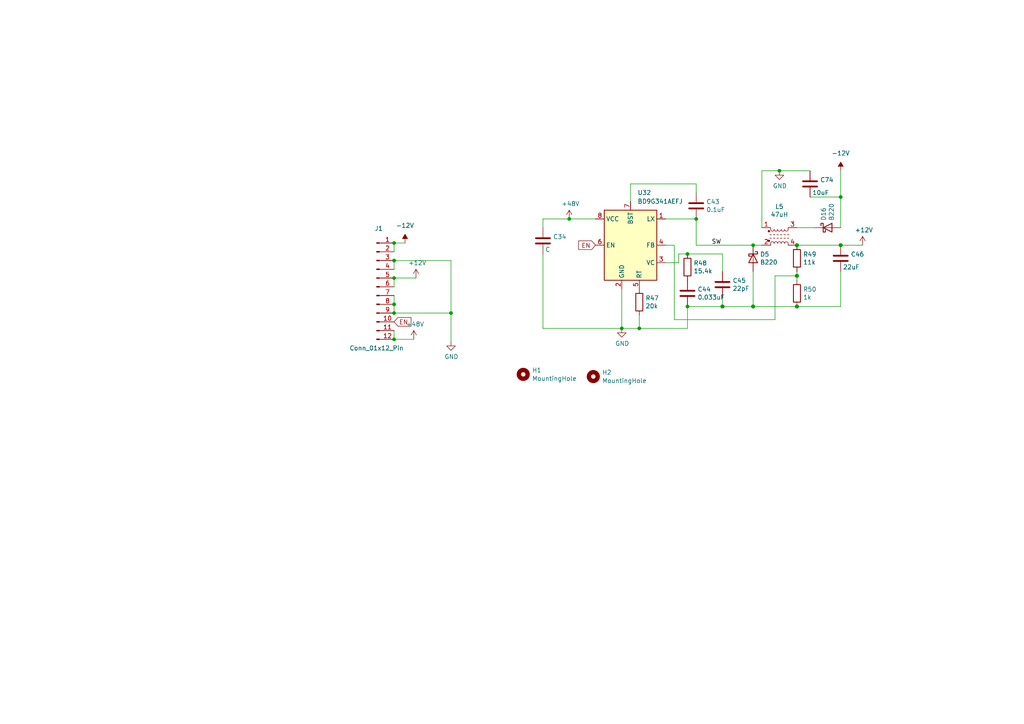
<source format=kicad_sch>
(kicad_sch (version 20230121) (generator eeschema)
  (paper "A4")
  (lib_symbols
    (symbol "-12V_1" (power) (pin_names (offset 0))
      (property "Value" "-12V_1" (at 0 3.81 0))
      (symbol "-12V_1_0_0"
        (pin power_in line (at 0 0 90) (length 0) hide (name "-12V") (number "1"))
      )
      (symbol "-12V_1_0_1"
        (polyline (pts (xy 0 0) (xy 0 1.27) (xy 0.762 1.27) (xy 0 2.54) (xy -0.762 1.27) (xy 0 1.27)) (fill (type outline)))
      )
    )
    (symbol "Connector:Conn_01x12_Pin" (pin_names (offset 1.016) hide)
      (property "Reference" "J" (at 0 15.24 0))
      (property "Value" "Conn_01x12_Pin" (at 0 -17.78 0))
      (symbol "Conn_01x12_Pin_1_1"
        (polyline (pts (xy 1.27 -15.24) (xy 0.8636 -15.24)) (stroke (width 0.1524)))
        (polyline (pts (xy 1.27 -12.7) (xy 0.8636 -12.7)) (stroke (width 0.1524)))
        (polyline (pts (xy 1.27 -10.16) (xy 0.8636 -10.16)) (stroke (width 0.1524)))
        (polyline (pts (xy 1.27 -7.62) (xy 0.8636 -7.62)) (stroke (width 0.1524)))
        (polyline (pts (xy 1.27 -5.08) (xy 0.8636 -5.08)) (stroke (width 0.1524)))
        (polyline (pts (xy 1.27 -2.54) (xy 0.8636 -2.54)) (stroke (width 0.1524)))
        (polyline (pts (xy 1.27 0) (xy 0.8636 0)) (stroke (width 0.1524)))
        (polyline (pts (xy 1.27 2.54) (xy 0.8636 2.54)) (stroke (width 0.1524)))
        (polyline (pts (xy 1.27 5.08) (xy 0.8636 5.08)) (stroke (width 0.1524)))
        (polyline (pts (xy 1.27 7.62) (xy 0.8636 7.62)) (stroke (width 0.1524)))
        (polyline (pts (xy 1.27 10.16) (xy 0.8636 10.16)) (stroke (width 0.1524)))
        (polyline (pts (xy 1.27 12.7) (xy 0.8636 12.7)) (stroke (width 0.1524)))
        (rectangle (start 0.8636 -15.113) (end 0 -15.367) (stroke (width 0.1524)) (fill (type outline)))
        (rectangle (start 0.8636 -12.573) (end 0 -12.827) (stroke (width 0.1524)) (fill (type outline)))
        (rectangle (start 0.8636 -10.033) (end 0 -10.287) (stroke (width 0.1524)) (fill (type outline)))
        (rectangle (start 0.8636 -7.493) (end 0 -7.747) (stroke (width 0.1524)) (fill (type outline)))
        (rectangle (start 0.8636 -4.953) (end 0 -5.207) (stroke (width 0.1524)) (fill (type outline)))
        (rectangle (start 0.8636 -2.413) (end 0 -2.667) (stroke (width 0.1524)) (fill (type outline)))
        (rectangle (start 0.8636 0.127) (end 0 -0.127) (stroke (width 0.1524)) (fill (type outline)))
        (rectangle (start 0.8636 2.667) (end 0 2.413) (stroke (width 0.1524)) (fill (type outline)))
        (rectangle (start 0.8636 5.207) (end 0 4.953) (stroke (width 0.1524)) (fill (type outline)))
        (rectangle (start 0.8636 7.747) (end 0 7.493) (stroke (width 0.1524)) (fill (type outline)))
        (rectangle (start 0.8636 10.287) (end 0 10.033) (stroke (width 0.1524)) (fill (type outline)))
        (rectangle (start 0.8636 12.827) (end 0 12.573) (stroke (width 0.1524)) (fill (type outline)))
        (pin passive line (at 5.08 12.7 180) (length 3.81) (name "Pin_1") (number "1"))
        (pin passive line (at 5.08 -10.16 180) (length 3.81) (name "Pin_10") (number "10"))
        (pin passive line (at 5.08 -12.7 180) (length 3.81) (name "Pin_11") (number "11"))
        (pin passive line (at 5.08 -15.24 180) (length 3.81) (name "Pin_12") (number "12"))
        (pin passive line (at 5.08 10.16 180) (length 3.81) (name "Pin_2") (number "2"))
        (pin passive line (at 5.08 7.62 180) (length 3.81) (name "Pin_3") (number "3"))
        (pin passive line (at 5.08 5.08 180) (length 3.81) (name "Pin_4") (number "4"))
        (pin passive line (at 5.08 2.54 180) (length 3.81) (name "Pin_5") (number "5"))
        (pin passive line (at 5.08 0 180) (length 3.81) (name "Pin_6") (number "6"))
        (pin passive line (at 5.08 -2.54 180) (length 3.81) (name "Pin_7") (number "7"))
        (pin passive line (at 5.08 -5.08 180) (length 3.81) (name "Pin_8") (number "8"))
        (pin passive line (at 5.08 -7.62 180) (length 3.81) (name "Pin_9") (number "9"))
      )
    )
    (symbol "Device:C" (pin_numbers hide) (pin_names (offset 0.254))
      (property "Reference" "C" (at 0.635 2.54 0))
      (property "Value" "C" (at 0.635 -2.54 0))
      (symbol "C_0_1"
        (polyline (pts (xy -2.032 -0.762) (xy 2.032 -0.762)) (stroke (width 0.508)))
        (polyline (pts (xy -2.032 0.762) (xy 2.032 0.762)) (stroke (width 0.508)))
      )
      (symbol "C_1_1"
        (pin passive line (at 0 3.81 270) (length 2.794) (name "~") (number "1"))
        (pin passive line (at 0 -3.81 90) (length 2.794) (name "~") (number "2"))
      )
    )
    (symbol "Device:L_Ferrite_Coupled_1324" (pin_names (offset 0.254) hide)
      (property "Reference" "L" (at 0 4.445 0))
      (property "Value" "L_Ferrite_Coupled_1324" (at 0 -4.445 0))
      (symbol "L_Ferrite_Coupled_1324_0_1"
        (circle (center -3.048 -1.27) (radius 0.254) (fill (type outline)))
        (circle (center -3.048 1.524) (radius 0.254) (fill (type outline)))
        (arc (start -2.54 2.032) (mid -2.032 1.5262) (end -1.524 2.032))
        (arc (start -1.524 -2.032) (mid -2.032 -1.5262) (end -2.54 -2.032))
        (arc (start -1.524 2.032) (mid -1.016 1.5262) (end -0.508 2.032))
        (arc (start -0.508 -2.032) (mid -1.016 -1.5262) (end -1.524 -2.032))
        (arc (start -0.508 2.032) (mid 0 1.5262) (end 0.508 2.032))
        (polyline (pts (xy -2.794 -0.508) (xy -2.286 -0.508)))
        (polyline (pts (xy -2.794 0.508) (xy -2.286 0.508)))
        (polyline (pts (xy -2.54 -2.032) (xy -2.54 -2.54)))
        (polyline (pts (xy -2.54 2.032) (xy -2.54 2.54)))
        (polyline (pts (xy -1.778 -0.508) (xy -1.27 -0.508)))
        (polyline (pts (xy -1.778 0.508) (xy -1.27 0.508)))
        (polyline (pts (xy -0.762 -0.508) (xy -0.254 -0.508)))
        (polyline (pts (xy -0.762 0.508) (xy -0.254 0.508)))
        (polyline (pts (xy 0.254 -0.508) (xy 0.762 -0.508)))
        (polyline (pts (xy 0.254 0.508) (xy 0.762 0.508)))
        (polyline (pts (xy 1.27 -0.508) (xy 1.778 -0.508)))
        (polyline (pts (xy 1.27 0.508) (xy 1.778 0.508)))
        (polyline (pts (xy 2.286 -0.508) (xy 2.794 -0.508)))
        (polyline (pts (xy 2.286 0.508) (xy 2.794 0.508)))
        (polyline (pts (xy 2.54 -2.032) (xy 2.54 -2.54)))
        (polyline (pts (xy 2.54 2.54) (xy 2.54 2.032)))
        (arc (start 0.508 -2.032) (mid 0 -1.5262) (end -0.508 -2.032))
        (arc (start 0.508 2.032) (mid 1.016 1.5262) (end 1.524 2.032))
        (arc (start 1.524 -2.032) (mid 1.016 -1.5262) (end 0.508 -2.032))
        (arc (start 1.524 2.032) (mid 2.032 1.5262) (end 2.54 2.032))
        (arc (start 2.54 -2.032) (mid 2.032 -1.5262) (end 1.524 -2.032))
      )
      (symbol "L_Ferrite_Coupled_1324_1_1"
        (pin passive line (at -5.08 2.54 0) (length 2.54) (name "1") (number "1"))
        (pin passive line (at -5.08 -2.54 0) (length 2.54) (name "2") (number "2"))
        (pin passive line (at 5.08 2.54 180) (length 2.54) (name "3") (number "3"))
        (pin passive line (at 5.08 -2.54 180) (length 2.54) (name "4") (number "4"))
      )
    )
    (symbol "Device:R" (pin_numbers hide) (pin_names (offset 0))
      (property "Reference" "R" (at 2.032 0 90))
      (property "Value" "R" (at 0 0 90))
      (symbol "R_0_1"
        (rectangle (start -1.016 -2.54) (end 1.016 2.54) (stroke (width 0.254)))
      )
      (symbol "R_1_1"
        (pin passive line (at 0 3.81 270) (length 1.27) (name "~") (number "1"))
        (pin passive line (at 0 -3.81 90) (length 1.27) (name "~") (number "2"))
      )
    )
    (symbol "Diode:B220" (pin_numbers hide) (pin_names (offset 1.016) hide)
      (property "Reference" "D" (at 0 2.54 0))
      (property "Value" "B220" (at 0 -2.54 0))
      (symbol "B220_0_1"
        (polyline (pts (xy 1.27 0) (xy -1.27 0)))
        (polyline (pts (xy 1.27 1.27) (xy 1.27 -1.27) (xy -1.27 0) (xy 1.27 1.27)) (stroke (width 0.254)))
        (polyline (pts (xy -1.905 0.635) (xy -1.905 1.27) (xy -1.27 1.27) (xy -1.27 -1.27) (xy -0.635 -1.27) (xy -0.635 -0.635)) (stroke (width 0.254)))
      )
      (symbol "B220_1_1"
        (pin passive line (at -3.81 0 0) (length 2.54) (name "K") (number "1"))
        (pin passive line (at 3.81 0 180) (length 2.54) (name "A") (number "2"))
      )
    )
    (symbol "Mechanical:MountingHole" (pin_names (offset 1.016))
      (property "Reference" "H" (at 0 5.08 0))
      (property "Value" "MountingHole" (at 0 3.175 0))
      (symbol "MountingHole_0_1"
        (circle (center 0 0) (radius 1.27) (stroke (width 1.27)))
      )
    )
    (symbol "Regulator_Switching:BD9G341EFJ"
      (property "Reference" "U32" (at 2.0194 15.24 0))
      (property "Value" "BD9G341AEFJ" (at 2.0194 12.7 0))
      (symbol "BD9G341EFJ_0_1"
        (rectangle (start -7.62 10.16) (end 7.62 -10.16) (stroke (width 0.254)) (fill (type background)))
      )
      (symbol "BD9G341EFJ_1_1"
        (pin passive line (at 10.16 7.62 180) (length 2.54) (name "LX") (number "1"))
        (pin power_in line (at -2.54 -12.7 90) (length 2.54) (name "GND") (number "2"))
        (pin output line (at 10.16 -5.08 180) (length 2.54) (name "VC") (number "3"))
        (pin input line (at 10.16 0 180) (length 2.54) (name "FB") (number "4"))
        (pin input line (at 2.54 -12.7 90) (length 2.54) (name "RT") (number "5"))
        (pin input line (at -10.16 0 0) (length 2.54) (name "EN") (number "6"))
        (pin input line (at 0 12.7 270) (length 2.54) (name "BST") (number "7"))
        (pin power_in line (at -10.16 7.62 0) (length 2.54) (name "VCC") (number "8"))
        (pin power_in line (at -2.54 -12.7 90) (length 2.54) hide (name "GND") (number "9"))
      )
    )
    (symbol "power:+12V" (power) (pin_names (offset 0))
      (property "Value" "+12V" (at 0 3.556 0))
      (symbol "+12V_0_1"
        (polyline (pts (xy -0.762 1.27) (xy 0 2.54)))
        (polyline (pts (xy 0 0) (xy 0 2.54)))
        (polyline (pts (xy 0 2.54) (xy 0.762 1.27)))
      )
      (symbol "+12V_1_1"
        (pin power_in line (at 0 0 90) (length 0) hide (name "+12V") (number "1"))
      )
    )
    (symbol "power:+48V" (power) (pin_names (offset 0))
      (property "Value" "+48V" (at 0 3.556 0))
      (symbol "+48V_0_1"
        (polyline (pts (xy -0.762 1.27) (xy 0 2.54)))
        (polyline (pts (xy 0 0) (xy 0 2.54)))
        (polyline (pts (xy 0 2.54) (xy 0.762 1.27)))
      )
      (symbol "+48V_1_1"
        (pin power_in line (at 0 0 90) (length 0) hide (name "+48V") (number "1"))
      )
    )
    (symbol "power:GND" (power) (pin_names (offset 0))
      (property "Value" "GND" (at 0 -3.81 0))
      (symbol "GND_0_1"
        (polyline (pts (xy 0 0) (xy 0 -1.27) (xy 1.27 -1.27) (xy 0 -2.54) (xy -1.27 -1.27) (xy 0 -1.27)))
      )
      (symbol "GND_1_1"
        (pin power_in line (at 0 0 270) (length 0) hide (name "GND") (number "1"))
      )
    )
  )
  (junction (at 218.44 88.9) (diameter 1.016))
  (junction (at 243.84 71.12) (diameter 1.016))
  (junction (at 231.14 88.9) (diameter 1.016))
  (junction (at 199.39 88.9))
  (junction (at 199.39 73.66))
  (junction (at 180.34 95.25))
  (junction (at 130.81 90.805))
  (junction (at 243.84 57.15))
  (junction (at 114.3 80.645))
  (junction (at 114.3 98.425))
  (junction (at 114.3 90.805))
  (junction (at 165.1 63.5))
  (junction (at 114.3 88.265))
  (junction (at 201.93 63.5))
  (junction (at 114.3 75.565))
  (junction (at 231.14 71.12) (diameter 1.016))
  (junction (at 226.06 49.53))
  (junction (at 185.42 95.25))
  (junction (at 114.3 70.485))
  (junction (at 209.55 88.9) (diameter 1.016))
  (junction (at 218.44 71.12))
  (junction (at 231.14 80.01) (diameter 1.016))
  (wire (pts (xy 243.84 66.04) (xy 243.84 57.15)))
  (wire (pts (xy 114.3 90.805) (xy 130.81 90.805)))
  (wire (pts (xy 114.3 75.565) (xy 114.3 78.105)))
  (wire (pts (xy 130.81 90.805) (xy 130.81 99.06)))
  (wire (pts (xy 196.85 73.66) (xy 199.39 73.66)))
  (wire (pts (xy 231.14 66.04) (xy 236.22 66.04)))
  (wire (pts (xy 220.98 49.53) (xy 220.98 66.04)))
  (wire (pts (xy 218.44 88.9) (xy 231.14 88.9)))
  (wire (pts (xy 199.39 88.9) (xy 199.39 95.25)))
  (wire (pts (xy 226.06 49.53) (xy 234.95 49.53)))
  (wire (pts (xy 157.48 63.5) (xy 157.48 66.04)))
  (wire (pts (xy 218.44 88.9) (xy 209.55 88.9)))
  (wire (pts (xy 114.3 80.645) (xy 120.65 80.645)))
  (wire (pts (xy 165.1 63.5) (xy 172.72 63.5)))
  (wire (pts (xy 231.14 80.01) (xy 231.14 81.28)))
  (wire (pts (xy 157.48 95.25) (xy 180.34 95.25)))
  (wire (pts (xy 114.3 70.485) (xy 117.475 70.485)))
  (wire (pts (xy 114.3 75.565) (xy 130.81 75.565)))
  (wire (pts (xy 130.81 75.565) (xy 130.81 90.805)))
  (wire (pts (xy 199.39 95.25) (xy 185.42 95.25)))
  (wire (pts (xy 199.39 73.66) (xy 209.55 73.66)))
  (wire (pts (xy 195.58 71.12) (xy 195.58 92.71)))
  (wire (pts (xy 220.98 49.53) (xy 226.06 49.53)))
  (wire (pts (xy 201.93 53.34) (xy 201.93 55.88)))
  (wire (pts (xy 209.55 86.36) (xy 209.55 88.9)))
  (wire (pts (xy 218.44 71.12) (xy 201.93 71.12)))
  (wire (pts (xy 231.14 71.12) (xy 243.84 71.12)))
  (wire (pts (xy 114.3 98.425) (xy 120.015 98.425)))
  (wire (pts (xy 182.88 58.42) (xy 182.88 53.34)))
  (wire (pts (xy 114.3 80.645) (xy 114.3 83.185)))
  (wire (pts (xy 243.84 49.53) (xy 243.84 57.15)))
  (wire (pts (xy 114.3 85.725) (xy 114.3 88.265)))
  (wire (pts (xy 234.95 57.15) (xy 243.84 57.15)))
  (wire (pts (xy 182.88 53.34) (xy 201.93 53.34)))
  (wire (pts (xy 180.34 83.82) (xy 180.34 95.25)))
  (wire (pts (xy 114.3 95.885) (xy 114.3 98.425)))
  (wire (pts (xy 243.84 71.12) (xy 250.19 71.12)))
  (wire (pts (xy 185.42 95.25) (xy 180.34 95.25)))
  (wire (pts (xy 196.85 76.2) (xy 196.85 73.66)))
  (wire (pts (xy 218.44 78.74) (xy 218.44 88.9)))
  (wire (pts (xy 243.84 88.9) (xy 243.84 78.74)))
  (wire (pts (xy 114.3 70.485) (xy 114.3 73.025)))
  (wire (pts (xy 193.04 63.5) (xy 201.93 63.5)))
  (wire (pts (xy 218.44 71.12) (xy 220.98 71.12)))
  (wire (pts (xy 114.3 88.265) (xy 114.3 90.805)))
  (wire (pts (xy 209.55 73.66) (xy 209.55 78.74)))
  (wire (pts (xy 231.14 78.74) (xy 231.14 80.01)))
  (wire (pts (xy 193.04 76.2) (xy 196.85 76.2)))
  (wire (pts (xy 209.55 88.9) (xy 199.39 88.9)))
  (wire (pts (xy 185.42 91.44) (xy 185.42 95.25)))
  (wire (pts (xy 193.04 71.12) (xy 195.58 71.12)))
  (wire (pts (xy 157.48 63.5) (xy 165.1 63.5)))
  (wire (pts (xy 231.14 88.9) (xy 243.84 88.9)))
  (wire (pts (xy 195.58 92.71) (xy 224.79 92.71)))
  (wire (pts (xy 224.79 92.71) (xy 224.79 80.01)))
  (wire (pts (xy 157.48 73.66) (xy 157.48 95.25)))
  (wire (pts (xy 224.79 80.01) (xy 231.14 80.01)))
  (wire (pts (xy 201.93 71.12) (xy 201.93 63.5)))
  (label "SW" (at 206.375 71.12 0))
  (global_label "EN" (shape input) (at 114.3 93.345 0) (property "Intersheetrefs" "${INTERSHEET_REFS}" (effects hide)))
  (global_label "EN" (shape input) (at 172.72 71.12 180) (property "Intersheetrefs" "${INTERSHEET_REFS}" (effects hide)))
  (symbol (lib_id "Device:C") (at 157.48 69.85 0) (unit 1)
    (property "Reference" "C34" (at 160.401 68.6816 0) (effects (justify left)))
    (property "Value" "C" (at 158.115 72.39 0) (effects (justify left)))
    (property "Footprint" "Capacitor_SMD:C_1210_3225Metric" (effects hide))
    (property "Digikey" "587-1818-1-ND" (effects hide))
    (property "Voltage" "50V" (effects hide))
  )
  (symbol (lib_id "Device:R") (at 185.42 87.63 0) (unit 1)
    (property "Reference" "R47" (at 187.198 86.4616 0) (effects (justify left)))
    (property "Value" "20k" (at 187.198 88.773 0) (effects (justify left)))
    (property "Footprint" "Resistor_SMD:R_0805_2012Metric" (effects hide))
    (property "Digikey" "311-20.0KCRCT-ND " (effects hide))
  )
  (symbol (lib_id "power:GND") (at 180.34 95.25 0) (unit 1)
    (property "Reference" "#PWR027" (effects hide))
    (property "Value" "GND" (at 180.467 99.6442 0))
  )
  (symbol (lib_id "Device:C") (at 199.39 85.09 0) (unit 1)
    (property "Reference" "C44" (at 202.311 83.9216 0) (effects (justify left)))
    (property "Value" "0.033uF" (at 202.311 86.233 0) (effects (justify left)))
    (property "Footprint" "Capacitor_SMD:C_0805_2012Metric" (effects hide))
    (property "Voltage" "10V" (effects hide))
    (property "Digikey" "311-1374-1-ND" (effects hide))
  )
  (symbol (lib_id "Device:R") (at 199.39 77.47 0) (unit 1)
    (property "Reference" "R48" (at 201.168 76.3016 0) (effects (justify left)))
    (property "Value" "15.4k" (at 201.168 78.613 0) (effects (justify left)))
    (property "Footprint" "Resistor_SMD:R_0805_2012Metric" (effects hide))
    (property "Digikey" "311-15.4KCRCT-ND " (effects hide))
  )
  (symbol (lib_id "Device:C") (at 209.55 82.55 0) (unit 1)
    (property "Reference" "C45" (at 212.471 81.3816 0) (effects (justify left)))
    (property "Value" "22pF" (at 212.471 83.693 0) (effects (justify left)))
    (property "Footprint" "Capacitor_SMD:C_0805_2012Metric" (effects hide))
    (property "Digikey" "1276-2605-1-ND" (effects hide))
  )
  (symbol (lib_id "Device:C") (at 201.93 59.69 0) (unit 1)
    (property "Reference" "C43" (at 204.851 58.5216 0) (effects (justify left)))
    (property "Value" "0.1uF" (at 204.851 60.833 0) (effects (justify left)))
    (property "Footprint" "Capacitor_SMD:C_0805_2012Metric" (effects hide))
    (property "Voltage" "25V" (effects hide))
    (property "Digikey" "1276-1099-1-ND" (effects hide))
  )
  (symbol (lib_id "Device:L_Ferrite_Coupled_1324") (at 226.06 68.58 0) (unit 1)
    (property "Reference" "L5" (at 226.06 59.9186 0))
    (property "Value" "47uH" (at 226.06 62.23 0))
    (property "Footprint" "Inductor_SMD:L_Bourns_SRF1260" (effects hide))
    (property "Digikey" "SRF1260-470MCT-ND" (effects hide))
  )
  (symbol (lib_id "Diode:B220") (at 218.44 74.93 270) (unit 1)
    (property "Reference" "D5" (at 220.4466 73.7616 90) (effects (justify left)))
    (property "Value" "B220" (at 220.4466 76.073 90) (effects (justify left)))
    (property "Footprint" "Diode_SMD:D_SMB" (effects hide))
    (property "Datasheet" "http://www.jameco.com/Jameco/Products/ProdDS/1538777.pdf" (effects hide))
    (property "Digikey" "B220A-FDICT-ND " (effects hide))
  )
  (symbol (lib_id "Device:C") (at 243.84 74.93 0) (unit 1)
    (property "Reference" "C46" (at 246.761 73.7616 0) (effects (justify left)))
    (property "Value" "22uF" (at 244.475 77.47 0) (effects (justify left)))
    (property "Footprint" "Capacitor_SMD:C_0805_2012Metric" (effects hide))
    (property "Voltage" "16V" (effects hide))
    (property "Digikey" "490-9956-1-ND" (effects hide))
  )
  (symbol (lib_id "Device:R") (at 231.14 74.93 0) (unit 1)
    (property "Reference" "R49" (at 232.918 73.7616 0) (effects (justify left)))
    (property "Value" "11k" (at 232.918 76.073 0) (effects (justify left)))
    (property "Footprint" "Resistor_SMD:R_0805_2012Metric" (effects hide))
    (property "Digikey" "311-11.0KCRCT-ND " (effects hide))
  )
  (symbol (lib_id "Device:R") (at 231.14 85.09 0) (unit 1)
    (property "Reference" "R50" (at 232.918 83.9216 0) (effects (justify left)))
    (property "Value" "1k" (at 232.918 86.233 0) (effects (justify left)))
    (property "Footprint" "Resistor_SMD:R_0805_2012Metric" (effects hide))
    (property "Digikey" "311-1.00KCRCT-ND " (effects hide))
  )
  (symbol (lib_id "power:+48V") (at 165.1 63.5 0) (unit 1)
    (property "Reference" "#PWR026" (effects hide))
    (property "Value" "+48V" (at 165.481 59.1058 0))
  )
  (symbol (lib_id "power:+12V") (at 250.19 71.12 0) (unit 1)
    (property "Reference" "#PWR028" (effects hide))
    (property "Value" "+12V" (at 250.571 66.7258 0))
  )
  (symbol (lib_id "Mechanical:MountingHole") (at 151.765 108.585 0) (unit 1)
    (property "Reference" "H1" (at 154.305 107.3729 0) (effects (justify left)))
    (property "Value" "MountingHole" (at 154.305 109.7971 0) (effects (justify left)))
    (property "Footprint" "MountingHole:MountingHole_2.5mm" (effects hide))
  )
  (symbol (lib_id "Device:C") (at 234.95 53.34 0) (unit 1)
    (property "Reference" "C74" (at 237.871 52.1716 0) (effects (justify left)))
    (property "Value" "10uF" (at 235.585 55.88 0) (effects (justify left)))
    (property "Footprint" "Capacitor_SMD:C_0805_2012Metric" (effects hide))
    (property "Voltage" "16V" (effects hide))
    (property "Digikey" "490-9956-1-ND" (effects hide))
  )
  (symbol (lib_id "Diode:B220") (at 240.03 66.04 0) (unit 1)
    (property "Reference" "D16" (at 238.8616 64.0334 90) (effects (justify left)))
    (property "Value" "B220" (at 241.173 64.0334 90) (effects (justify left)))
    (property "Footprint" "Diode_SMD:D_SMB" (effects hide))
    (property "Datasheet" "http://www.jameco.com/Jameco/Products/ProdDS/1538777.pdf" (effects hide))
    (property "Digikey" "B220A-FDICT-ND " (effects hide))
  )
  (symbol (lib_id "Regulator_Switching:BD9G341EFJ") (at 182.88 71.12 0) (unit 1)
    (property "Reference" "U32" (at 184.8994 55.88 0) (effects (justify left)))
    (property "Value" "BD9G341AEFJ" (at 184.8994 58.42 0) (effects (justify left)))
    (property "Footprint" "Package_SO:SOIC-8-1EP_3.9x4.9mm_P1.27mm_EP2.41x3.3mm_ThermalVias" (effects hide))
    (property "Datasheet" "https://media.digikey.com/pdf/Data%20Sheets/Rohm%20PDFs/BD9G341EFJ.pdf" (effects hide))
    (property "Digikey" "BD9G341AEFJ-E2CT-ND" (effects hide))
  )
  (symbol (lib_id "power:GND") (at 130.81 99.06 0) (unit 1)
    (property "Reference" "#PWR03" (effects hide))
    (property "Value" "GND" (at 130.937 103.4542 0))
  )
  (symbol (lib_name "-12V_1") (lib_id "power:-12V") (at 243.84 49.53 0) (unit 1)
    (property "Reference" "#PWR0176" (effects hide))
    (property "Value" "-12V" (at 243.84 44.45 0))
  )
  (symbol (lib_id "power:GND") (at 226.06 49.53 0) (unit 1)
    (property "Reference" "#PWR0175" (effects hide))
    (property "Value" "GND" (at 226.187 53.9242 0))
  )
  (symbol (lib_id "Connector:Conn_01x12_Pin") (at 109.22 83.185 0) (unit 1)
    (property "Reference" "J1" (at 109.855 66.2645 0))
    (property "Value" "Conn_01x12_Pin" (at 109.22 100.965 0))
    (property "Footprint" "Connector_PinHeader_2.54mm:PinHeader_1x12_P2.54mm_Horizontal" (effects hide))
    (property "Digikey" "609-3323-ND" (effects hide))
  )
  (symbol (lib_id "power:+12V") (at 120.65 80.645 0) (unit 1)
    (property "Reference" "#PWR02" (effects hide))
    (property "Value" "+12V" (at 121.031 76.2508 0))
  )
  (symbol (lib_name "-12V_1") (lib_id "power:-12V") (at 117.475 70.485 0) (unit 1)
    (property "Reference" "#PWR01" (effects hide))
    (property "Value" "-12V" (at 117.475 65.405 0))
  )
  (symbol (lib_id "Mechanical:MountingHole") (at 172.085 109.22 0) (unit 1)
    (property "Reference" "H2" (at 174.625 108.0079 0) (effects (justify left)))
    (property "Value" "MountingHole" (at 174.625 110.4321 0) (effects (justify left)))
    (property "Footprint" "MountingHole:MountingHole_2.5mm" (effects hide))
  )
  (symbol (lib_id "power:+48V") (at 120.015 98.425 0) (unit 1)
    (property "Reference" "#PWR04" (effects hide))
    (property "Value" "+48V" (at 120.396 94.0308 0))
  )
)
</source>
